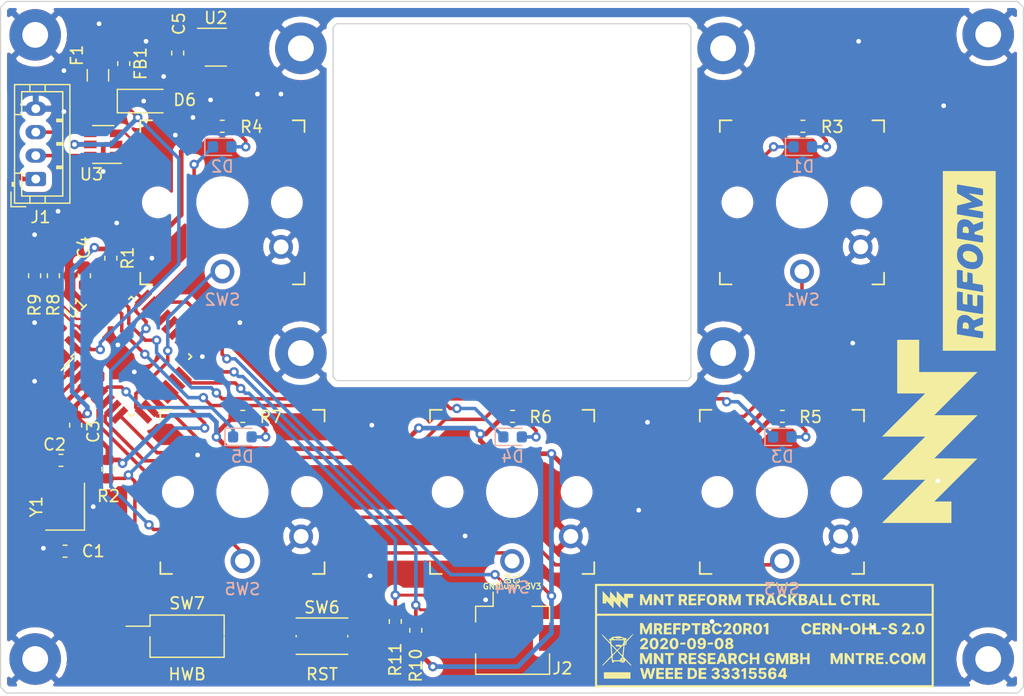
<source format=kicad_pcb>
(kicad_pcb (version 20171130) (host pcbnew 5.1.6+dfsg1-1)
  (layers (0 F.Cu signal) (31 B.Cu signal) (34 B.Paste user) (35 F.Paste user) (36 B.SilkS user) (37 F.SilkS user) (38 B.Mask user) (39 F.Mask user) (44 Edge.Cuts user))
  (net 0 "")
  (net 1 GND)
  (net 2 "Net-(U1-Pad18)")
  (net 3 "Net-(U1-Pad12)")
  (net 4 "Net-(U1-Pad11)")
  (net 5 "Net-(SW1-Pad1)")
  (net 6 "Net-(SW2-Pad1)")
  (net 7 +5V)
  (net 8 MT)
  (net 9 "Net-(C1-Pad1)")
  (net 10 "Net-(C2-Pad2)")
  (net 11 "Net-(C4-Pad1)")
  (net 12 "Net-(U1-Pad14)")
  (net 13 +3V3)
  (net 14 SCL)
  (net 15 SDA)
  (net 16 "Net-(SW3-Pad1)")
  (net 17 "Net-(SW4-Pad1)")
  (net 18 "Net-(SW5-Pad1)")
  (net 19 "Net-(U1-Pad17)")
  (net 20 "Net-(U1-Pad21)")
  (net 21 "Net-(D1-Pad2)")
  (net 22 "Net-(D1-Pad1)")
  (net 23 "Net-(D2-Pad2)")
  (net 24 "Net-(D2-Pad1)")
  (net 25 "Net-(D3-Pad2)")
  (net 26 "Net-(D3-Pad1)")
  (net 27 "Net-(D4-Pad2)")
  (net 28 "Net-(D4-Pad1)")
  (net 29 "Net-(D5-Pad2)")
  (net 30 "Net-(D5-Pad1)")
  (net 31 "Net-(R1-Pad2)")
  (net 32 "Net-(R2-Pad1)")
  (net 33 "Net-(U2-Pad4)")
  (net 34 "Net-(U1-Pad20)")
  (net 35 "Net-(J2-Pad5)")
  (net 36 /5V_IN)
  (net 37 "Net-(F1-Pad1)")
  (net 38 /D+)
  (net 39 /UD+)
  (net 40 /UD-)
  (net 41 /D-)
  (net 42 /PD+)
  (net 43 /PD-)
  (module footprints-trackball:Diptronics-PTLP2 (layer F.Cu) (at 134.5 104.25)
    (fp_text reference SW6 (at 0 -2.45) (layer F.SilkS))
    (fp_text value SW_RST)
    (pad 1 smd rect (at -2.425 -0.85 90) (size 1 1.75) (layers F.Cu F.Paste F.Mask) (net 1 GND))
    (pad 2 smd rect (at -2.425 0.85 90) (size 1 1.75) (layers F.Cu F.Paste F.Mask) (net 31 "Net-(R1-Pad2)"))
    (pad 1 smd rect (at 2.425 -0.85 90) (size 1 1.75) (layers F.Cu F.Paste F.Mask) (net 1 GND))
    (pad 2 smd rect (at 2.425 0.85 90) (size 1 1.75) (layers F.Cu F.Paste F.Mask) (net 31 "Net-(R1-Pad2)"))
  )
  (module Package_TO_SOT_SMD:SOT-23-6 (layer F.Cu) (at 115.85 62.3 180)
    (fp_text reference U3 (at 1 -2.55) (layer F.SilkS))
    (fp_text value USBLC6-2SC6)
    (pad 5 smd rect (at 1.1 0 180) (size 1.06 0.65) (layers F.Cu F.Paste F.Mask) (net 7 +5V))
    (pad 6 smd rect (at 1.1 -0.95 180) (size 1.06 0.65) (layers F.Cu F.Paste F.Mask) (net 43 /PD-))
    (pad 4 smd rect (at 1.1 0.95 180) (size 1.06 0.65) (layers F.Cu F.Paste F.Mask) (net 42 /PD+))
    (pad 3 smd rect (at -1.1 0.95 180) (size 1.06 0.65) (layers F.Cu F.Paste F.Mask) (net 39 /UD+))
    (pad 2 smd rect (at -1.1 0 180) (size 1.06 0.65) (layers F.Cu F.Paste F.Mask) (net 1 GND))
    (pad 1 smd rect (at -1.1 -0.95 180) (size 1.06 0.65) (layers F.Cu F.Paste F.Mask) (net 40 /UD-))
  )
  (module footprints-trackball:mntreform-trackball-badge (layer F.Cu) (at 172.2 104.2)
    (fp_text reference MK1 hide)
    (fp_text value BADGE hide)
  )
  (module Crystal:Crystal_SMD_3225-4Pin_3.2x2.5mm (layer F.Cu) (at 112.6 93.2 90)
    (fp_text reference Y1 (at 0 -2.45 90) (layer F.SilkS))
    (fp_text value Crystal_GND24)
    (pad 4 smd rect (at -1.1 -0.85 90) (size 1.4 1.2) (layers F.Cu F.Paste F.Mask) (net 1 GND))
    (pad 3 smd rect (at 1.1 -0.85 90) (size 1.4 1.2) (layers F.Cu F.Paste F.Mask) (net 10 "Net-(C2-Pad2)"))
    (pad 2 smd rect (at 1.1 0.85 90) (size 1.4 1.2) (layers F.Cu F.Paste F.Mask) (net 1 GND))
    (pad 1 smd rect (at -1.1 0.85 90) (size 1.4 1.2) (layers F.Cu F.Paste F.Mask) (net 9 "Net-(C1-Pad1)"))
  )
  (module Inductor_SMD:L_0603_1608Metric (layer F.Cu) (at 117.6 55.4 270)
    (fp_text reference FB1 (at 0 -1.43 90) (layer F.SilkS))
    (fp_text value BLM18PG221SH1D)
    (pad 2 smd roundrect (at 0.7875 0 270) (size 0.875 0.95) (layers F.Cu F.Paste F.Mask) (net 7 +5V))
    (pad 1 smd roundrect (at -0.7875 0 270) (size 0.875 0.95) (layers F.Cu F.Paste F.Mask) (net 37 "Net-(F1-Pad1)"))
  )
  (module Fuse:Fuse_1206_3216Metric_Castellated (layer F.Cu) (at 115.4 56.4 270)
    (fp_text reference F1 (at -1.7 1.8 90) (layer F.SilkS))
    (fp_text value 0ZCJ0075AF2E)
    (pad 2 smd roundrect (at 1.425 0 270) (size 1.6 1.65) (layers F.Cu F.Paste F.Mask) (roundrect_rratio 0.15625) (net 36 /5V_IN))
    (pad 1 smd roundrect (at -1.425 0 270) (size 1.6 1.65) (layers F.Cu F.Paste F.Mask) (roundrect_rratio 0.15625) (net 37 "Net-(F1-Pad1)"))
  )
  (module Diode_SMD:D_SOD-123 (layer F.Cu) (at 119.3 58.6)
    (fp_text reference D6 (at 3.5 -0.1) (layer F.SilkS))
    (fp_text value BZT52-B5V6J)
    (pad 2 smd rect (at 1.65 0) (size 0.9 1.2) (layers F.Cu F.Paste F.Mask) (net 1 GND))
    (pad 1 smd rect (at -1.65 0) (size 0.9 1.2) (layers F.Cu F.Paste F.Mask) (net 7 +5V))
  )
  (module keyswitches:PG1350 (layer B.Cu) (at 127.72 91.94 180)
    (fp_text reference SW5 (at 0 -8.3) (layer B.SilkS) (effects (justify mirror)))
    (fp_text value Choc)
    (pad "" np_thru_hole circle (at 0 0 180) (size 3.429 3.429) (drill 3.429) (layers *.Cu *.Mask))
    (pad 2 thru_hole circle (at -5 -3.8 180) (size 2.032 2.032) (drill 1.27) (layers *.Cu *.Mask) (net 1 GND))
    (pad 1 thru_hole circle (at 0 -5.9 180) (size 2.032 2.032) (drill 1.27) (layers *.Cu *.Mask) (net 18 "Net-(SW5-Pad1)"))
    (pad "" np_thru_hole circle (at 5.5 0 180) (size 1.7018 1.7018) (drill 1.7018) (layers *.Cu *.Mask))
    (pad "" np_thru_hole circle (at -5.5 0 180) (size 1.7018 1.7018) (drill 1.7018) (layers *.Cu *.Mask))
  )
  (module keyswitches:PG1350 (layer B.Cu) (at 150.71 91.94 180)
    (fp_text reference SW4 (at 0.01 -8.16 180) (layer B.SilkS) (effects (justify mirror)))
    (fp_text value Choc)
    (pad "" np_thru_hole circle (at 0 0 180) (size 3.429 3.429) (drill 3.429) (layers *.Cu *.Mask))
    (pad 2 thru_hole circle (at -5 -3.8 180) (size 2.032 2.032) (drill 1.27) (layers *.Cu *.Mask) (net 1 GND))
    (pad 1 thru_hole circle (at 0 -5.9 180) (size 2.032 2.032) (drill 1.27) (layers *.Cu *.Mask) (net 17 "Net-(SW4-Pad1)"))
    (pad "" np_thru_hole circle (at 5.5 0 180) (size 1.7018 1.7018) (drill 1.7018) (layers *.Cu *.Mask))
    (pad "" np_thru_hole circle (at -5.5 0 180) (size 1.7018 1.7018) (drill 1.7018) (layers *.Cu *.Mask))
  )
  (module keyswitches:PG1350 (layer B.Cu) (at 173.71 91.94 180)
    (fp_text reference SW3 (at 0 -8.3) (layer B.SilkS) (effects (justify mirror)))
    (fp_text value Choc)
    (pad "" np_thru_hole circle (at 0 0 180) (size 3.429 3.429) (drill 3.429) (layers *.Cu *.Mask))
    (pad 2 thru_hole circle (at -5 -3.8 180) (size 2.032 2.032) (drill 1.27) (layers *.Cu *.Mask) (net 1 GND))
    (pad 1 thru_hole circle (at 0 -5.9 180) (size 2.032 2.032) (drill 1.27) (layers *.Cu *.Mask) (net 16 "Net-(SW3-Pad1)"))
    (pad "" np_thru_hole circle (at 5.5 0 180) (size 1.7018 1.7018) (drill 1.7018) (layers *.Cu *.Mask))
    (pad "" np_thru_hole circle (at -5.5 0 180) (size 1.7018 1.7018) (drill 1.7018) (layers *.Cu *.Mask))
  )
  (module keyswitches:PG1350 (layer B.Cu) (at 126.01 67.24 180)
    (fp_text reference SW2 (at 0 -8.3) (layer B.SilkS) (effects (justify mirror)))
    (fp_text value Choc)
    (pad "" np_thru_hole circle (at 0 0 180) (size 3.429 3.429) (drill 3.429) (layers *.Cu *.Mask))
    (pad 2 thru_hole circle (at -5 -3.8 180) (size 2.032 2.032) (drill 1.27) (layers *.Cu *.Mask) (net 1 GND))
    (pad 1 thru_hole circle (at 0 -5.9 180) (size 2.032 2.032) (drill 1.27) (layers *.Cu *.Mask) (net 6 "Net-(SW2-Pad1)"))
    (pad "" np_thru_hole circle (at 5.5 0 180) (size 1.7018 1.7018) (drill 1.7018) (layers *.Cu *.Mask))
    (pad "" np_thru_hole circle (at -5.5 0 180) (size 1.7018 1.7018) (drill 1.7018) (layers *.Cu *.Mask))
  )
  (module keyswitches:PG1350 (layer B.Cu) (at 175.42 67.24 180)
    (fp_text reference SW1 (at 0 -8.3) (layer B.SilkS) (effects (justify mirror)))
    (fp_text value Choc)
    (pad "" np_thru_hole circle (at 0 0 180) (size 3.429 3.429) (drill 3.429) (layers *.Cu *.Mask))
    (pad 2 thru_hole circle (at -5 -3.8 180) (size 2.032 2.032) (drill 1.27) (layers *.Cu *.Mask) (net 1 GND))
    (pad 1 thru_hole circle (at 0 -5.9 180) (size 2.032 2.032) (drill 1.27) (layers *.Cu *.Mask) (net 5 "Net-(SW1-Pad1)"))
    (pad "" np_thru_hole circle (at 5.5 0 180) (size 1.7018 1.7018) (drill 1.7018) (layers *.Cu *.Mask))
    (pad "" np_thru_hole circle (at -5.5 0 180) (size 1.7018 1.7018) (drill 1.7018) (layers *.Cu *.Mask))
  )
  (module Connector_JST:JST_PH_B4B-PH-K_1x04_P2.00mm_Vertical (layer F.Cu) (at 110.1 65.25 90)
    (fp_text reference J1 (at -3.25 0.4 180) (layer F.SilkS))
    (fp_text value Conn_USB)
    (pad 4 thru_hole oval (at 6 0 90) (size 1.2 1.75) (drill 0.75) (layers *.Cu *.Mask) (net 1 GND))
    (pad 3 thru_hole oval (at 4 0 90) (size 1.2 1.75) (drill 0.75) (layers *.Cu *.Mask) (net 42 /PD+))
    (pad 2 thru_hole oval (at 2 0 90) (size 1.2 1.75) (drill 0.75) (layers *.Cu *.Mask) (net 43 /PD-))
    (pad 1 thru_hole roundrect (at 0 0 90) (size 1.2 1.75) (drill 0.75) (layers *.Cu *.Mask) (roundrect_rratio 0.208333) (net 36 /5V_IN))
  )
  (module Connector_FFC-FPC:Hirose_FH12-6S-0.5SH_1x06-1MP_P0.50mm_Horizontal (layer F.Cu) (at 150.75 103)
    (fp_text reference J2 (at 4.25 4) (layer F.SilkS))
    (fp_text value Conn_01x06_Female)
    (pad 6 smd rect (at 1.25 -1.85) (size 0.3 1.3) (layers F.Cu F.Paste F.Mask) (net 13 +3V3))
    (pad 5 smd rect (at 0.75 -1.85) (size 0.3 1.3) (layers F.Cu F.Paste F.Mask) (net 35 "Net-(J2-Pad5)"))
    (pad 4 smd rect (at 0.25 -1.85) (size 0.3 1.3) (layers F.Cu F.Paste F.Mask) (net 14 SCL))
    (pad 3 smd rect (at -0.25 -1.85) (size 0.3 1.3) (layers F.Cu F.Paste F.Mask) (net 15 SDA))
    (pad 2 smd rect (at -0.75 -1.85) (size 0.3 1.3) (layers F.Cu F.Paste F.Mask) (net 8 MT))
    (pad 1 smd rect (at -1.25 -1.85) (size 0.3 1.3) (layers F.Cu F.Paste F.Mask) (net 1 GND))
    (pad MP smd rect (at -3.15 1.4) (size 1.8 2.2) (layers F.Cu F.Paste F.Mask))
    (pad MP smd rect (at 3.15 1.4) (size 1.8 2.2) (layers F.Cu F.Paste F.Mask))
  )
  (module Resistor_SMD:R_0603_1608Metric (layer F.Cu) (at 140.75 103 270)
    (fp_text reference R11 (at 3.25 0 90) (layer F.SilkS))
    (fp_text value 4.7k)
    (pad 2 smd roundrect (at 0.7875 0 270) (size 0.875 0.95) (layers F.Cu F.Paste F.Mask) (net 13 +3V3))
    (pad 1 smd roundrect (at -0.7875 0 270) (size 0.875 0.95) (layers F.Cu F.Paste F.Mask) (net 15 SDA))
  )
  (module Resistor_SMD:R_0603_1608Metric (layer F.Cu) (at 142.5 103.75 270)
    (fp_text reference R10 (at 3 0 90) (layer F.SilkS))
    (fp_text value 4.7k)
    (pad 2 smd roundrect (at 0.7875 0 270) (size 0.875 0.95) (layers F.Cu F.Paste F.Mask) (net 13 +3V3))
    (pad 1 smd roundrect (at -0.7875 0 270) (size 0.875 0.95) (layers F.Cu F.Paste F.Mask) (net 14 SCL))
  )
  (module Resistor_SMD:R_0603_1608Metric (layer F.Cu) (at 110 73.5 90)
    (fp_text reference R9 (at -2.5 0 90) (layer F.SilkS))
    (fp_text value 22)
    (pad 2 smd roundrect (at 0.7875 0 90) (size 0.875 0.95) (layers F.Cu F.Paste F.Mask) (net 40 /UD-))
    (pad 1 smd roundrect (at -0.7875 0 90) (size 0.875 0.95) (layers F.Cu F.Paste F.Mask) (net 41 /D-))
  )
  (module Resistor_SMD:R_0603_1608Metric (layer F.Cu) (at 111.6 73.5 270)
    (fp_text reference R8 (at 2.5 0 90) (layer F.SilkS))
    (fp_text value 22)
    (pad 2 smd roundrect (at 0.7875 0 270) (size 0.875 0.95) (layers F.Cu F.Paste F.Mask) (net 38 /D+))
    (pad 1 smd roundrect (at -0.7875 0 270) (size 0.875 0.95) (layers F.Cu F.Paste F.Mask) (net 39 /UD+))
  )
  (module Package_TO_SOT_SMD:SOT-23-5 (layer F.Cu) (at 125.45 54)
    (fp_text reference U2 (at 0 -2.5) (layer F.SilkS))
    (fp_text value TLV75533PDBV)
    (pad 5 smd rect (at 1.1 -0.95) (size 1.06 0.65) (layers F.Cu F.Paste F.Mask) (net 13 +3V3))
    (pad 4 smd rect (at 1.1 0.95) (size 1.06 0.65) (layers F.Cu F.Paste F.Mask) (net 33 "Net-(U2-Pad4)"))
    (pad 3 smd rect (at -1.1 0.95) (size 1.06 0.65) (layers F.Cu F.Paste F.Mask) (net 7 +5V))
    (pad 2 smd rect (at -1.1 0) (size 1.06 0.65) (layers F.Cu F.Paste F.Mask) (net 1 GND))
    (pad 1 smd rect (at -1.1 -0.95) (size 1.06 0.65) (layers F.Cu F.Paste F.Mask) (net 7 +5V))
  )
  (module Capacitor_SMD:C_0603_1608Metric (layer F.Cu) (at 122.2 54.5 270)
    (fp_text reference C5 (at -2.5 -0.1 270) (layer F.SilkS))
    (fp_text value 0.1uF)
    (pad 2 smd roundrect (at 0.7875 0 270) (size 0.875 0.95) (layers F.Cu F.Paste F.Mask) (net 1 GND))
    (pad 1 smd roundrect (at -0.7875 0 270) (size 0.875 0.95) (layers F.Cu F.Paste F.Mask) (net 7 +5V))
  )
  (module Resistor_SMD:R_0603_1608Metric (layer F.Cu) (at 127.75 85.5 180)
    (fp_text reference R7 (at -2.4 -0.05) (layer F.SilkS))
    (fp_text value 475)
    (pad 2 smd roundrect (at 0.7875 0 180) (size 0.875 0.95) (layers F.Cu F.Paste F.Mask) (net 13 +3V3))
    (pad 1 smd roundrect (at -0.7875 0 180) (size 0.875 0.95) (layers F.Cu F.Paste F.Mask) (net 29 "Net-(D5-Pad2)"))
  )
  (module Resistor_SMD:R_0603_1608Metric (layer F.Cu) (at 150.75 85.5 180)
    (fp_text reference R6 (at -2.4 -0.05) (layer F.SilkS))
    (fp_text value 475)
    (pad 2 smd roundrect (at 0.7875 0 180) (size 0.875 0.95) (layers F.Cu F.Paste F.Mask) (net 13 +3V3))
    (pad 1 smd roundrect (at -0.7875 0 180) (size 0.875 0.95) (layers F.Cu F.Paste F.Mask) (net 27 "Net-(D4-Pad2)"))
  )
  (module Resistor_SMD:R_0603_1608Metric (layer F.Cu) (at 173.75 85.5 180)
    (fp_text reference R5 (at -2.4 -0.05) (layer F.SilkS))
    (fp_text value 475)
    (pad 2 smd roundrect (at 0.7875 0 180) (size 0.875 0.95) (layers F.Cu F.Paste F.Mask) (net 13 +3V3))
    (pad 1 smd roundrect (at -0.7875 0 180) (size 0.875 0.95) (layers F.Cu F.Paste F.Mask) (net 25 "Net-(D3-Pad2)"))
  )
  (module Resistor_SMD:R_0603_1608Metric (layer F.Cu) (at 126 60.75 180)
    (fp_text reference R4 (at -2.5 -0.05) (layer F.SilkS))
    (fp_text value 475)
    (pad 2 smd roundrect (at 0.7875 0 180) (size 0.875 0.95) (layers F.Cu F.Paste F.Mask) (net 13 +3V3))
    (pad 1 smd roundrect (at -0.7875 0 180) (size 0.875 0.95) (layers F.Cu F.Paste F.Mask) (net 23 "Net-(D2-Pad2)"))
  )
  (module Resistor_SMD:R_0603_1608Metric (layer F.Cu) (at 175.5 60.75 180)
    (fp_text reference R3 (at -2.5 -0.05) (layer F.SilkS))
    (fp_text value 475)
    (pad 2 smd roundrect (at 0.7875 0 180) (size 0.875 0.95) (layers F.Cu F.Paste F.Mask) (net 13 +3V3))
    (pad 1 smd roundrect (at -0.7875 0 180) (size 0.875 0.95) (layers F.Cu F.Paste F.Mask) (net 21 "Net-(D1-Pad2)"))
  )
  (module Resistor_SMD:R_0603_1608Metric (layer F.Cu) (at 116.25 90 90)
    (fp_text reference R2 (at -2.3 0.05 180) (layer F.SilkS))
    (fp_text value 10k)
    (pad 2 smd roundrect (at 0.7875 0 90) (size 0.875 0.95) (layers F.Cu F.Paste F.Mask) (net 13 +3V3))
    (pad 1 smd roundrect (at -0.7875 0 90) (size 0.875 0.95) (layers F.Cu F.Paste F.Mask) (net 32 "Net-(R2-Pad1)"))
  )
  (module Resistor_SMD:R_0603_1608Metric (layer F.Cu) (at 116.5 72 270)
    (fp_text reference R1 (at 0 -1.43 90) (layer F.SilkS))
    (fp_text value 10k)
    (pad 2 smd roundrect (at 0.7875 0 270) (size 0.875 0.95) (layers F.Cu F.Paste F.Mask) (net 31 "Net-(R1-Pad2)"))
    (pad 1 smd roundrect (at -0.7875 0 270) (size 0.875 0.95) (layers F.Cu F.Paste F.Mask) (net 13 +3V3))
  )
  (module Capacitor_SMD:C_0603_1608Metric (layer F.Cu) (at 114.25 73.5 90)
    (fp_text reference C4 (at 2.4 -0.05 90) (layer F.SilkS))
    (fp_text value 1uF)
    (pad 2 smd roundrect (at 0.7875 0 90) (size 0.875 0.95) (layers F.Cu F.Paste F.Mask) (net 1 GND))
    (pad 1 smd roundrect (at -0.7875 0 90) (size 0.875 0.95) (layers F.Cu F.Paste F.Mask) (net 11 "Net-(C4-Pad1)"))
  )
  (module Capacitor_SMD:C_0603_1608Metric (layer F.Cu) (at 113.5 86.25 270)
    (fp_text reference C3 (at 0.55 -1.5 90) (layer F.SilkS))
    (fp_text value 0.1uF)
    (pad 2 smd roundrect (at 0.7875 0 270) (size 0.875 0.95) (layers F.Cu F.Paste F.Mask) (net 1 GND))
    (pad 1 smd roundrect (at -0.7875 0 270) (size 0.875 0.95) (layers F.Cu F.Paste F.Mask) (net 13 +3V3))
  )
  (module Capacitor_SMD:C_0603_1608Metric (layer F.Cu) (at 112.25 89.25 180)
    (fp_text reference C2 (at 0.55 1.35) (layer F.SilkS))
    (fp_text value 18pF)
    (pad 2 smd roundrect (at 0.7875 0 180) (size 0.875 0.95) (layers F.Cu F.Paste F.Mask) (net 10 "Net-(C2-Pad2)"))
    (pad 1 smd roundrect (at -0.7875 0 180) (size 0.875 0.95) (layers F.Cu F.Paste F.Mask) (net 1 GND))
  )
  (module Capacitor_SMD:C_0603_1608Metric (layer F.Cu) (at 112.6 97 180)
    (fp_text reference C1 (at -2.4 0) (layer F.SilkS))
    (fp_text value 18pF)
    (pad 2 smd roundrect (at 0.7875 0 180) (size 0.875 0.95) (layers F.Cu F.Paste F.Mask) (net 1 GND))
    (pad 1 smd roundrect (at -0.7875 0 180) (size 0.875 0.95) (layers F.Cu F.Paste F.Mask) (net 9 "Net-(C1-Pad1)"))
  )
  (module Button_Switch_SMD:SW_DIP_SPSTx01_Slide_Omron_A6S-110x_W8.9mm_P2.54mm (layer F.Cu) (at 123 104.25)
    (fp_text reference SW7 (at 0 -2.8) (layer F.SilkS))
    (fp_text value SW_HWB)
    (pad 2 smd rect (at 4.45 0) (size 1.5 1.1) (layers F.Cu F.Paste F.Mask) (net 1 GND))
    (pad 1 smd rect (at -4.45 0) (size 1.5 1.1) (layers F.Cu F.Paste F.Mask) (net 32 "Net-(R2-Pad1)"))
  )
  (module reform2-motherboard:mntreform (layer F.Cu) (at 187.1 79.6 90)
    (fp_text reference MK13 hide)
    (fp_text value LOGO hide)
  )
  (module LED_SMD:LED_0603_1608Metric (layer B.Cu) (at 127.7125 87.25)
    (fp_text reference D5 (at 0 1.68) (layer B.SilkS) (effects (justify mirror)))
    (fp_text value LED_Small)
    (pad 2 smd roundrect (at 0.7875 0) (size 0.875 0.95) (layers B.Cu B.Paste B.Mask) (net 29 "Net-(D5-Pad2)"))
    (pad 1 smd roundrect (at -0.7875 0) (size 0.875 0.95) (layers B.Cu B.Paste B.Mask) (net 30 "Net-(D5-Pad1)"))
  )
  (module LED_SMD:LED_0603_1608Metric (layer B.Cu) (at 150.75 87.25)
    (fp_text reference D4 (at 0 1.68) (layer B.SilkS) (effects (justify mirror)))
    (fp_text value LED_Small)
    (pad 2 smd roundrect (at 0.7875 0) (size 0.875 0.95) (layers B.Cu B.Paste B.Mask) (net 27 "Net-(D4-Pad2)"))
    (pad 1 smd roundrect (at -0.7875 0) (size 0.875 0.95) (layers B.Cu B.Paste B.Mask) (net 28 "Net-(D4-Pad1)"))
  )
  (module LED_SMD:LED_0603_1608Metric (layer B.Cu) (at 173.75 87.25)
    (fp_text reference D3 (at 0 1.68) (layer B.SilkS) (effects (justify mirror)))
    (fp_text value LED_Small)
    (pad 2 smd roundrect (at 0.7875 0) (size 0.875 0.95) (layers B.Cu B.Paste B.Mask) (net 25 "Net-(D3-Pad2)"))
    (pad 1 smd roundrect (at -0.7875 0) (size 0.875 0.95) (layers B.Cu B.Paste B.Mask) (net 26 "Net-(D3-Pad1)"))
  )
  (module LED_SMD:LED_0603_1608Metric (layer B.Cu) (at 126 62.5)
    (fp_text reference D2 (at 0 1.68) (layer B.SilkS) (effects (justify mirror)))
    (fp_text value LED_Small)
    (pad 2 smd roundrect (at 0.7875 0) (size 0.875 0.95) (layers B.Cu B.Paste B.Mask) (net 23 "Net-(D2-Pad2)"))
    (pad 1 smd roundrect (at -0.7875 0) (size 0.875 0.95) (layers B.Cu B.Paste B.Mask) (net 24 "Net-(D2-Pad1)"))
  )
  (module LED_SMD:LED_0603_1608Metric (layer B.Cu) (at 175.5 62.5)
    (fp_text reference D1 (at 0 1.68) (layer B.SilkS) (effects (justify mirror)))
    (fp_text value LED_Small)
    (pad 2 smd roundrect (at 0.7875 0) (size 0.875 0.95) (layers B.Cu B.Paste B.Mask) (net 21 "Net-(D1-Pad2)"))
    (pad 1 smd roundrect (at -0.7875 0) (size 0.875 0.95) (layers B.Cu B.Paste B.Mask) (net 22 "Net-(D1-Pad1)"))
  )
  (module MountingHole:MountingHole_2.2mm_M2_Pad (layer F.Cu) (at 132.7 80.1)
    (fp_text reference MK11 hide)
    (fp_text value Mounting_Hole)
    (pad 1 thru_hole circle (at 0 0) (size 4.4 4.4) (drill 2.2) (layers *.Cu *.Mask) (net 1 GND))
  )
  (module MountingHole:MountingHole_2.2mm_M2_Pad (layer F.Cu) (at 132.7 54.1)
    (fp_text reference MK9 hide)
    (fp_text value Mounting_Hole)
    (pad 1 thru_hole circle (at 0 0) (size 4.4 4.4) (drill 2.2) (layers *.Cu *.Mask) (net 1 GND))
  )
  (module MountingHole:MountingHole_2.2mm_M2_Pad (layer F.Cu) (at 168.7 80.1)
    (fp_text reference MK10 hide)
    (fp_text value Mounting_Hole)
    (pad 1 thru_hole circle (at 0 0) (size 4.4 4.4) (drill 2.2) (layers *.Cu *.Mask) (net 1 GND))
  )
  (module MountingHole:MountingHole_2.2mm_M2_Pad (layer F.Cu) (at 168.7 54.1)
    (fp_text reference MK12 hide)
    (fp_text value Mounting_Hole)
    (pad 1 thru_hole circle (at 0 0) (size 4.4 4.4) (drill 2.2) (layers *.Cu *.Mask) (net 1 GND))
  )
  (module MountingHole:MountingHole_2.2mm_M2_Pad (layer F.Cu) (at 110.05 106.2)
    (fp_text reference MK8 hide)
    (fp_text value Mounting_Hole)
    (pad 1 thru_hole circle (at 0 0) (size 4.4 4.4) (drill 2.2) (layers *.Cu *.Mask) (net 1 GND))
  )
  (module MountingHole:MountingHole_2.2mm_M2_Pad (layer F.Cu) (at 191.3 106.2)
    (fp_text reference MK7 hide)
    (fp_text value Mounting_Hole)
    (pad 1 thru_hole circle (at 0 0) (size 4.4 4.4) (drill 2.2) (layers *.Cu *.Mask) (net 1 GND))
  )
  (module MountingHole:MountingHole_2.2mm_M2_Pad (layer F.Cu) (at 191.3 52.95)
    (fp_text reference MK6 hide)
    (fp_text value Mounting_Hole)
    (pad 1 thru_hole circle (at 0 -0.04) (size 4.4 4.4) (drill 2.2) (layers *.Cu *.Mask) (net 1 GND))
  )
  (module MountingHole:MountingHole_2.2mm_M2_Pad (layer F.Cu) (at 110.05 52.95)
    (fp_text reference MK5 hide)
    (fp_text value Mounting_Hole)
    (pad 1 thru_hole circle (at 0 0) (size 4.4 4.4) (drill 2.2) (layers *.Cu *.Mask) (net 1 GND))
  )
  (module Housings_QFP:TQFP-32_7x7mm_Pitch0.8mm (layer F.Cu) (at 118.25 80.4 45)
    (fp_text reference U1 (at -0.4 -6.3 225) (layer F.SilkS))
    (fp_text value ATmega32U2-AU)
    (pad 1 smd rect (at -4.25 -2.8 45) (size 1.6 0.55) (layers F.Cu F.Paste F.Mask) (net 9 "Net-(C1-Pad1)"))
    (pad 2 smd rect (at -4.25 -2 45) (size 1.6 0.55) (layers F.Cu F.Paste F.Mask) (net 10 "Net-(C2-Pad2)"))
    (pad 3 smd rect (at -4.25 -1.2 45) (size 1.6 0.55) (layers F.Cu F.Paste F.Mask) (net 1 GND))
    (pad 4 smd rect (at -4.25 -0.4 45) (size 1.6 0.55) (layers F.Cu F.Paste F.Mask) (net 13 +3V3))
    (pad 5 smd rect (at -4.25 0.4 45) (size 1.6 0.55) (layers F.Cu F.Paste F.Mask) (net 30 "Net-(D5-Pad1)"))
    (pad 6 smd rect (at -4.25 1.2 45) (size 1.6 0.55) (layers F.Cu F.Paste F.Mask) (net 18 "Net-(SW5-Pad1)"))
    (pad 7 smd rect (at -4.25 2 45) (size 1.6 0.55) (layers F.Cu F.Paste F.Mask) (net 17 "Net-(SW4-Pad1)"))
    (pad 8 smd rect (at -4.25 2.8 45) (size 1.6 0.55) (layers F.Cu F.Paste F.Mask) (net 16 "Net-(SW3-Pad1)"))
    (pad 9 smd rect (at -2.8 4.25 135) (size 1.6 0.55) (layers F.Cu F.Paste F.Mask) (net 6 "Net-(SW2-Pad1)"))
    (pad 10 smd rect (at -2 4.25 135) (size 1.6 0.55) (layers F.Cu F.Paste F.Mask) (net 5 "Net-(SW1-Pad1)"))
    (pad 11 smd rect (at -1.2 4.25 135) (size 1.6 0.55) (layers F.Cu F.Paste F.Mask) (net 4 "Net-(U1-Pad11)"))
    (pad 12 smd rect (at -0.4 4.25 135) (size 1.6 0.55) (layers F.Cu F.Paste F.Mask) (net 3 "Net-(U1-Pad12)"))
    (pad 13 smd rect (at 0.4 4.25 135) (size 1.6 0.55) (layers F.Cu F.Paste F.Mask) (net 32 "Net-(R2-Pad1)"))
    (pad 14 smd rect (at 1.2 4.25 135) (size 1.6 0.55) (layers F.Cu F.Paste F.Mask) (net 12 "Net-(U1-Pad14)"))
    (pad 15 smd rect (at 2 4.25 135) (size 1.6 0.55) (layers F.Cu F.Paste F.Mask) (net 15 SDA))
    (pad 16 smd rect (at 2.8 4.25 135) (size 1.6 0.55) (layers F.Cu F.Paste F.Mask) (net 14 SCL))
    (pad 17 smd rect (at 4.25 2.8 45) (size 1.6 0.55) (layers F.Cu F.Paste F.Mask) (net 19 "Net-(U1-Pad17)"))
    (pad 18 smd rect (at 4.25 2 45) (size 1.6 0.55) (layers F.Cu F.Paste F.Mask) (net 2 "Net-(U1-Pad18)"))
    (pad 19 smd rect (at 4.25 1.2 45) (size 1.6 0.55) (layers F.Cu F.Paste F.Mask) (net 8 MT))
    (pad 20 smd rect (at 4.25 0.4 45) (size 1.6 0.55) (layers F.Cu F.Paste F.Mask) (net 34 "Net-(U1-Pad20)"))
    (pad 21 smd rect (at 4.25 -0.4 45) (size 1.6 0.55) (layers F.Cu F.Paste F.Mask) (net 20 "Net-(U1-Pad21)"))
    (pad 22 smd rect (at 4.25 -1.2 45) (size 1.6 0.55) (layers F.Cu F.Paste F.Mask) (net 22 "Net-(D1-Pad1)"))
    (pad 23 smd rect (at 4.25 -2 45) (size 1.6 0.55) (layers F.Cu F.Paste F.Mask) (net 24 "Net-(D2-Pad1)"))
    (pad 24 smd rect (at 4.25 -2.8 45) (size 1.6 0.55) (layers F.Cu F.Paste F.Mask) (net 31 "Net-(R1-Pad2)"))
    (pad 25 smd rect (at 2.8 -4.25 135) (size 1.6 0.55) (layers F.Cu F.Paste F.Mask) (net 26 "Net-(D3-Pad1)"))
    (pad 26 smd rect (at 2 -4.25 135) (size 1.6 0.55) (layers F.Cu F.Paste F.Mask) (net 28 "Net-(D4-Pad1)"))
    (pad 27 smd rect (at 1.2 -4.25 135) (size 1.6 0.55) (layers F.Cu F.Paste F.Mask) (net 11 "Net-(C4-Pad1)"))
    (pad 28 smd rect (at 0.4 -4.25 135) (size 1.6 0.55) (layers F.Cu F.Paste F.Mask) (net 1 GND))
    (pad 29 smd rect (at -0.4 -4.25 135) (size 1.6 0.55) (layers F.Cu F.Paste F.Mask) (net 38 /D+))
    (pad 30 smd rect (at -1.2 -4.25 135) (size 1.6 0.55) (layers F.Cu F.Paste F.Mask) (net 41 /D-))
    (pad 31 smd rect (at -2 -4.25 135) (size 1.6 0.55) (layers F.Cu F.Paste F.Mask) (net 7 +5V))
    (pad 32 smd rect (at -2.8 -4.25 135) (size 1.6 0.55) (layers F.Cu F.Paste F.Mask) (net 13 +3V3))
  )
  (gr_text 3V3 (at 151.75 100) (layer F.SilkS) (effects (font (size 0.5 0.5) (thickness 0.1)) (justify left)))
  (gr_text SDA (at 150.35 100.35 90) (layer F.SilkS) (effects (font (size 0.5 0.5) (thickness 0.1)) (justify left)))
  (gr_text SCL (at 151.1 100.35 90) (layer F.SilkS) (effects (font (size 0.5 0.5) (thickness 0.1)) (justify left)))
  (gr_text GND (at 148.15 100) (layer F.SilkS) (effects (font (size 0.5 0.5) (thickness 0.1)) (justify left)))
  (gr_line (start 193.8 50.1) (end 194.3 50.6) (layer Edge.Cuts) (width 0.1))
  (gr_line (start 107.1 108.6) (end 107.6 109.1) (layer Edge.Cuts) (width 0.1))
  (gr_line (start 194.3 108.6) (end 193.8 109.1) (layer Edge.Cuts) (width 0.1))
  (gr_line (start 107.6 50.1) (end 107.1 50.6) (layer Edge.Cuts) (width 0.1))
  (gr_line (start 135.45 82.15) (end 135.75 82.45) (layer Edge.Cuts) (width 0.1))
  (gr_line (start 165.95 82.15) (end 165.65 82.45) (layer Edge.Cuts) (width 0.1))
  (gr_line (start 165.65 52) (end 165.95 52.3) (layer Edge.Cuts) (width 0.1))
  (gr_line (start 135.45 52.3) (end 135.75 52) (layer Edge.Cuts) (width 0.1))
  (gr_line (start 135.45 82.15) (end 135.45 52.3) (layer Edge.Cuts) (width 0.1))
  (gr_line (start 165.65 82.45) (end 135.75 82.45) (layer Edge.Cuts) (width 0.1))
  (gr_line (start 165.95 52.3) (end 165.95 82.15) (layer Edge.Cuts) (width 0.1))
  (gr_line (start 135.75 52) (end 165.65 52) (layer Edge.Cuts) (width 0.1))
  (gr_line (start 107.1 108.6) (end 107.1 50.6) (layer Edge.Cuts) (width 0.1))
  (gr_line (start 193.8 109.1) (end 107.6 109.1) (layer Edge.Cuts) (width 0.1))
  (gr_line (start 194.3 50.6) (end 194.3 108.6) (layer Edge.Cuts) (width 0.1))
  (gr_line (start 107.6 50.1) (end 193.8 50.1) (layer Edge.Cuts) (width 0.1))
  (gr_text HWB (at 123 107.5) (layer F.SilkS) (effects (font (size 1 1))))
  (gr_text RST (at 134.5 107.5) (layer F.SilkS) (effects (font (size 1 1))))
  (via (at 187 91) (size 0.8) (drill 0.4) (layers F.Cu B.Cu) (net 0))
  (via (at 180.25 53.5) (size 0.8) (drill 0.4) (layers F.Cu B.Cu) (net 1))
  (via (at 187.5 59) (size 0.8) (drill 0.4) (layers F.Cu B.Cu) (net 1))
  (via (at 179.75 79.25) (size 0.8) (drill 0.4) (layers F.Cu B.Cu) (net 1))
  (via (at 181.5 103.5) (size 0.8) (drill 0.4) (layers F.Cu B.Cu) (net 1))
  (via (at 167.75 103) (size 0.8) (drill 0.4) (layers F.Cu B.Cu) (net 1))
  (via (at 161.5 93.5) (size 0.8) (drill 0.4) (layers F.Cu B.Cu) (net 1))
  (segment (start 111.65 94.85) (end 111.45 94.65) (width 0.4) (layer F.Cu) (net 1))
  (segment (start 111.65 97) (end 111.65 94.85) (width 0.4) (layer F.Cu) (net 1))
  (segment (start 113.0375 87.5) (end 113.5 87.0375) (width 0.4) (layer F.Cu) (net 1))
  (segment (start 123.342501 56.430001) (end 122.2 55.2875) (width 0.4) (layer F.Cu) (net 1))
  (segment (start 124.35 54) (end 125.155002 54) (width 0.4) (layer F.Cu) (net 1))
  (segment (start 125.155002 54) (end 125.380001 54.224999) (width 0.4) (layer F.Cu) (net 1))
  (segment (start 113.27499 73.68751) (end 113.788388 73.174112) (width 0.4) (layer F.Cu) (net 1))
  (segment (start 113.27499 74.859304) (end 113.27499 73.68751) (width 0.4) (layer F.Cu) (net 1))
  (segment (start 113.788388 73.174112) (end 114.25 72.7125) (width 0.4) (layer F.Cu) (net 1))
  (segment (start 115.527639 77.111953) (end 113.27499 74.859304) (width 0.4) (layer F.Cu) (net 1))
  (segment (start 111.349999 85.602945) (end 111.349999 87.349999) (width 0.4) (layer F.Cu) (net 1))
  (segment (start 114.396268 82.556676) (end 111.349999 85.602945) (width 0.4) (layer F.Cu) (net 1))
  (segment (start 112.2125 88.2125) (end 113.0375 88.2125) (width 0.4) (layer F.Cu) (net 1))
  (segment (start 111.349999 87.349999) (end 112.2125 88.2125) (width 0.4) (layer F.Cu) (net 1))
  (segment (start 113.0375 89.25) (end 113.0375 88.2125) (width 0.4) (layer F.Cu) (net 1))
  (segment (start 113.0375 88.2125) (end 113.0375 87.5) (width 0.4) (layer F.Cu) (net 1))
  (segment (start 111.8125 97) (end 111 97) (width 0.4) (layer F.Cu) (net 1))
  (via (at 110.75 96.75) (size 0.8) (drill 0.4) (layers F.Cu B.Cu) (net 1))
  (segment (start 111 97) (end 110.75 96.75) (width 0.4) (layer F.Cu) (net 1))
  (segment (start 137.45 103.45) (end 136.55 103.45) (width 0.4) (layer F.Cu) (net 1))
  (via (at 129 58) (size 0.8) (drill 0.4) (layers F.Cu B.Cu) (net 1))
  (via (at 110 77.5) (size 0.8) (drill 0.4) (layers F.Cu B.Cu) (net 1))
  (via (at 138.75 86.25) (size 0.8) (drill 0.4) (layers F.Cu B.Cu) (net 1))
  (via (at 162.25 86) (size 0.8) (drill 0.4) (layers F.Cu B.Cu) (net 1))
  (via (at 138.6 99.1) (size 0.8) (drill 0.4) (layers F.Cu B.Cu) (net 1))
  (segment (start 124.880001 56.430001) (end 125.380001 55.930001) (width 0.4) (layer F.Cu) (net 1))
  (segment (start 125.380001 54.224999) (end 125.380001 55.930001) (width 0.4) (layer F.Cu) (net 1))
  (segment (start 124.880001 56.430001) (end 123.342501 56.430001) (width 0.4) (layer F.Cu) (net 1))
  (via (at 120 72) (size 0.8) (drill 0.4) (layers F.Cu B.Cu) (net 1))
  (via (at 146.7 95.7) (size 0.8) (drill 0.4) (layers F.Cu B.Cu) (net 1))
  (via (at 148.45 101.15) (size 0.8) (drill 0.4) (layers F.Cu B.Cu) (net 1))
  (segment (start 149.5 101.15) (end 148.45 101.15) (width 0.3) (layer F.Cu) (net 1))
  (via (at 118.5 81.7) (size 0.8) (drill 0.4) (layers F.Cu B.Cu) (net 1))
  (via (at 117.1 79.4) (size 0.8) (drill 0.4) (layers F.Cu B.Cu) (net 1))
  (via (at 124.3 80.4) (size 0.8) (drill 0.4) (layers F.Cu B.Cu) (net 1))
  (via (at 110 70) (size 0.8) (drill 0.4) (layers F.Cu B.Cu) (net 1))
  (via (at 112 68) (size 0.8) (drill 0.4) (layers F.Cu B.Cu) (net 1))
  (via (at 122 61.5) (size 0.8) (drill 0.4) (layers F.Cu B.Cu) (net 1))
  (via (at 123.5 60) (size 0.8) (drill 0.4) (layers F.Cu B.Cu) (net 1))
  (via (at 119.5 53.5) (size 0.8) (drill 0.4) (layers F.Cu B.Cu) (net 1))
  (via (at 112.5 59.5) (size 0.8) (drill 0.4) (layers F.Cu B.Cu) (net 1))
  (via (at 112.5 56) (size 0.8) (drill 0.4) (layers F.Cu B.Cu) (net 1))
  (via (at 117 69) (size 0.8) (drill 0.4) (layers F.Cu B.Cu) (net 1))
  (via (at 115.5 52) (size 0.8) (drill 0.4) (layers F.Cu B.Cu) (net 1))
  (via (at 110 82.5) (size 0.8) (drill 0.4) (layers F.Cu B.Cu) (net 1))
  (via (at 127.5 77.5) (size 0.8) (drill 0.4) (layers F.Cu B.Cu) (net 1))
  (via (at 125 58.5) (size 0.8) (drill 0.4) (layers F.Cu B.Cu) (net 1))
  (via (at 121 56.5) (size 0.8) (drill 0.4) (layers F.Cu B.Cu) (net 1))
  (via (at 119.3 58.6) (size 0.8) (drill 0.4) (layers F.Cu B.Cu) (net 1))
  (via (at 131 58) (size 0.8) (drill 0.4) (layers F.Cu B.Cu) (net 1))
  (via (at 115 93.2) (size 0.8) (drill 0.4) (layers F.Cu B.Cu) (net 1))
  (segment (start 114.3 93.2) (end 115 93.2) (width 0.4) (layer B.Cu) (net 1))
  (segment (start 113.2 89.25) (end 113.2 91.4) (width 0.4) (layer F.Cu) (net 1))
  (segment (start 110.75 96.75) (end 114.3 93.2) (width 0.4) (layer B.Cu) (net 1))
  (segment (start 113.2 91.4) (end 114.600001 92.800001) (width 0.4) (layer F.Cu) (net 1))
  (segment (start 114.600001 92.800001) (end 115 93.2) (width 0.4) (layer F.Cu) (net 1))
  (via (at 123.9 88.8) (size 0.8) (drill 0.4) (layers F.Cu B.Cu) (net 1))
  (via (at 115.85 64.6) (size 0.8) (drill 0.4) (layers F.Cu B.Cu) (net 1))
  (segment (start 115.85 62.47) (end 115.85 64.6) (width 0.4) (layer F.Cu) (net 1))
  (segment (start 116.02 62.3) (end 115.85 62.47) (width 0.4) (layer F.Cu) (net 1))
  (segment (start 116.95 62.3) (end 116.02 62.3) (width 0.4) (layer F.Cu) (net 1))
  (segment (start 137.9 103.4) (end 136.925 103.4) (width 0.4) (layer F.Cu) (net 1))
  (segment (start 138.5 104) (end 137.9 103.4) (width 0.4) (layer F.Cu) (net 1))
  (segment (start 138.5 106.2) (end 138.5 104) (width 0.4) (layer F.Cu) (net 1))
  (segment (start 137.95 106.75) (end 138.5 106.2) (width 0.4) (layer F.Cu) (net 1))
  (segment (start 130.15 106.75) (end 137.95 106.75) (width 0.4) (layer F.Cu) (net 1))
  (segment (start 127.65 104.25) (end 130.15 106.75) (width 0.4) (layer F.Cu) (net 1))
  (segment (start 127.45 104.25) (end 127.65 104.25) (width 0.4) (layer F.Cu) (net 1))
  (segment (start 136.925 103.4) (end 132.075 103.4) (width 0.4) (layer F.Cu) (net 1))
  (segment (start 175.42 80.58) (end 175.42 73.88384) (width 0.3) (layer F.Cu) (net 5))
  (segment (start 119.84099 84.819417) (end 120.485455 85.463882) (width 0.3) (layer F.Cu) (net 5))
  (segment (start 121.963882 85.463882) (end 125.5 89) (width 0.3) (layer F.Cu) (net 5))
  (segment (start 149.466738 84.57499) (end 167.57499 84.57499) (width 0.3) (layer F.Cu) (net 5))
  (segment (start 167.57499 84.57499) (end 168.5 85.5) (width 0.3) (layer F.Cu) (net 5))
  (segment (start 175.42 73.88384) (end 175.42 72.447) (width 0.3) (layer F.Cu) (net 5))
  (segment (start 141.75 89) (end 145 85.75) (width 0.3) (layer F.Cu) (net 5))
  (segment (start 125.5 89) (end 141.75 89) (width 0.3) (layer F.Cu) (net 5))
  (segment (start 120.485455 85.463882) (end 121.963882 85.463882) (width 0.3) (layer F.Cu) (net 5))
  (segment (start 145 85.75) (end 148.291728 85.75) (width 0.3) (layer F.Cu) (net 5))
  (segment (start 170.5 85.5) (end 175.42 80.58) (width 0.3) (layer F.Cu) (net 5))
  (segment (start 168.5 85.5) (end 170.5 85.5) (width 0.3) (layer F.Cu) (net 5))
  (segment (start 148.291728 85.75) (end 149.466738 84.57499) (width 0.3) (layer F.Cu) (net 5))
  (via (at 121.351041 79.898959) (size 0.8) (drill 0.4) (layers F.Cu B.Cu) (net 6))
  (segment (start 121.351041 77.105959) (end 126.01 72.447) (width 0.3) (layer B.Cu) (net 6))
  (segment (start 121.351041 79.898959) (end 121.351041 77.105959) (width 0.3) (layer B.Cu) (net 6))
  (segment (start 121.351041 80.848959) (end 121.351041 79.898959) (width 0.3) (layer F.Cu) (net 6))
  (segment (start 118.63084 83.56916) (end 121.351041 80.848959) (width 0.3) (layer F.Cu) (net 6))
  (segment (start 118.63084 84.740638) (end 118.63084 83.56916) (width 0.3) (layer F.Cu) (net 6))
  (segment (start 119.275305 85.385103) (end 118.63084 84.740638) (width 0.3) (layer F.Cu) (net 6))
  (segment (start 122.8625 53.05) (end 122.2 53.7125) (width 0.4) (layer F.Cu) (net 7))
  (segment (start 124.35 53.05) (end 122.8625 53.05) (width 0.4) (layer F.Cu) (net 7))
  (segment (start 123.4375 54.95) (end 124.35 54.95) (width 0.4) (layer F.Cu) (net 7))
  (segment (start 122.2 53.7125) (end 123.4375 54.95) (width 0.4) (layer F.Cu) (net 7))
  (segment (start 117.6 58.55) (end 117.65 58.6) (width 0.4) (layer F.Cu) (net 7))
  (segment (start 117.6 56.1875) (end 117.6 58.55) (width 0.4) (layer F.Cu) (net 7))
  (segment (start 121.54375 53.7125) (end 122.2 53.7125) (width 0.4) (layer F.Cu) (net 7))
  (segment (start 119.06875 56.1875) (end 121.54375 53.7125) (width 0.4) (layer F.Cu) (net 7))
  (segment (start 117.6 56.1875) (end 119.06875 56.1875) (width 0.4) (layer F.Cu) (net 7))
  (via (at 118.8 60) (size 0.8) (drill 0.4) (layers F.Cu B.Cu) (net 7))
  (segment (start 117.65 58.85) (end 118.8 60) (width 0.3) (layer F.Cu) (net 7))
  (segment (start 117.65 58.6) (end 117.65 58.85) (width 0.3) (layer F.Cu) (net 7))
  (via (at 115.6 79.8) (size 0.8) (drill 0.4) (layers F.Cu B.Cu) (net 7))
  (segment (start 114.821573 79.8) (end 113.830583 78.80901) (width 0.3) (layer F.Cu) (net 7))
  (segment (start 115.6 79.8) (end 114.821573 79.8) (width 0.3) (layer F.Cu) (net 7))
  (segment (start 115.6 79.2) (end 115.6 79.8) (width 0.3) (layer B.Cu) (net 7))
  (segment (start 122.3 72.5) (end 115.6 79.2) (width 0.3) (layer B.Cu) (net 7))
  (segment (start 122.3 63.5) (end 122.3 72.5) (width 0.3) (layer B.Cu) (net 7))
  (segment (start 118.8 60) (end 122.3 63.5) (width 0.3) (layer B.Cu) (net 7))
  (via (at 113.4 62.3) (size 0.8) (drill 0.4) (layers F.Cu B.Cu) (net 7))
  (segment (start 114.75 62.3) (end 113.4 62.3) (width 0.4) (layer F.Cu) (net 7))
  (segment (start 116.5 62.3) (end 118.8 60) (width 0.4) (layer B.Cu) (net 7))
  (segment (start 113.4 62.3) (end 116.5 62.3) (width 0.4) (layer B.Cu) (net 7))
  (segment (start 122.847056 77.5) (end 123.75 77.5) (width 0.3) (layer F.Cu) (net 8))
  (segment (start 148.684315 99) (end 149.25 99) (width 0.3) (layer B.Cu) (net 8))
  (segment (start 145.5 99) (end 148.684315 99) (width 0.3) (layer B.Cu) (net 8))
  (segment (start 126.386075 80.588172) (end 127.088172 80.588172) (width 0.3) (layer B.Cu) (net 8))
  (segment (start 127.088172 80.588172) (end 145.5 99) (width 0.3) (layer B.Cu) (net 8))
  (via (at 149.25 99) (size 0.8) (drill 0.4) (layers F.Cu B.Cu) (net 8))
  (segment (start 122.103732 78.243324) (end 122.847056 77.5) (width 0.3) (layer F.Cu) (net 8))
  (segment (start 123.75 77.5) (end 125.986076 79.736076) (width 0.3) (layer F.Cu) (net 8))
  (segment (start 125.986076 80.188173) (end 126.386075 80.588172) (width 0.3) (layer F.Cu) (net 8))
  (segment (start 125.986076 79.736076) (end 125.986076 80.188173) (width 0.3) (layer F.Cu) (net 8))
  (via (at 126.386075 80.588172) (size 0.8) (drill 0.4) (layers F.Cu B.Cu) (net 8))
  (segment (start 150 99.75) (end 149.25 99) (width 0.25) (layer F.Cu) (net 8))
  (segment (start 150 101.15) (end 150 99.75) (width 0.25) (layer F.Cu) (net 8))
  (segment (start 113.3875 95.0125) (end 113.75 94.65) (width 0.3) (layer F.Cu) (net 9))
  (segment (start 113.3875 97) (end 113.3875 95.0125) (width 0.3) (layer F.Cu) (net 9))
  (segment (start 109.75 84.940202) (end 109.75 97.442501) (width 0.3) (layer F.Cu) (net 9))
  (segment (start 110.557499 98.25) (end 112.75 98.25) (width 0.3) (layer F.Cu) (net 9))
  (segment (start 113.264897 81.425305) (end 109.75 84.940202) (width 0.3) (layer F.Cu) (net 9))
  (segment (start 112.75 98.25) (end 113.3875 97.6125) (width 0.3) (layer F.Cu) (net 9))
  (segment (start 113.3875 97.6125) (end 113.3875 97) (width 0.3) (layer F.Cu) (net 9))
  (segment (start 109.75 97.442501) (end 110.557499 98.25) (width 0.3) (layer F.Cu) (net 9))
  (segment (start 110.5 85.321573) (end 113.830583 81.99099) (width 0.3) (layer F.Cu) (net 10))
  (segment (start 111.3 89.25) (end 110.5 88.45) (width 0.3) (layer F.Cu) (net 10))
  (segment (start 110.5 88.45) (end 110.5 85.321573) (width 0.3) (layer F.Cu) (net 10))
  (segment (start 111.45 89.2625) (end 111.4625 89.25) (width 0.3) (layer F.Cu) (net 10))
  (segment (start 111.45 91.75) (end 111.45 89.2625) (width 0.3) (layer F.Cu) (net 10))
  (segment (start 114.25 74.702944) (end 116.093324 76.546268) (width 0.3) (layer F.Cu) (net 11))
  (segment (start 114.25 74.45) (end 114.25 74.702944) (width 0.3) (layer F.Cu) (net 11))
  (segment (start 113.5 84.584314) (end 114.961953 83.122361) (width 0.4) (layer F.Cu) (net 13))
  (segment (start 113.5 85.3) (end 113.5 84.584314) (width 0.4) (layer F.Cu) (net 13))
  (segment (start 115.75 82.334314) (end 115.75 81.859798) (width 0.4) (layer F.Cu) (net 13))
  (segment (start 113.901292 80.01109) (end 113.264897 79.374695) (width 0.4) (layer F.Cu) (net 13))
  (segment (start 115.75 81.859798) (end 113.901292 80.01109) (width 0.4) (layer F.Cu) (net 13))
  (segment (start 114.961953 83.122361) (end 115.75 82.334314) (width 0.4) (layer F.Cu) (net 13))
  (segment (start 116.25 88.2125) (end 116.25 89.2125) (width 0.4) (layer F.Cu) (net 13))
  (segment (start 113.5 85.4625) (end 116.25 88.2125) (width 0.4) (layer F.Cu) (net 13))
  (via (at 117.5 89.5) (size 0.8) (drill 0.4) (layers F.Cu B.Cu) (net 13))
  (segment (start 116.25 89.2125) (end 117.2125 89.2125) (width 0.4) (layer F.Cu) (net 13))
  (segment (start 117.2125 89.2125) (end 117.5 89.5) (width 0.4) (layer F.Cu) (net 13))
  (via (at 142.75 86.5) (size 0.8) (drill 0.4) (layers F.Cu B.Cu) (net 13))
  (via (at 148 87) (size 0.8) (drill 0.4) (layers F.Cu B.Cu) (net 13))
  (segment (start 148.4625 87) (end 149.9625 85.5) (width 0.4) (layer F.Cu) (net 13))
  (segment (start 148 87) (end 148.4625 87) (width 0.4) (layer F.Cu) (net 13))
  (segment (start 148 87.565685) (end 149.119616 88.685301) (width 0.4) (layer F.Cu) (net 13))
  (segment (start 148 87) (end 148 87.565685) (width 0.4) (layer F.Cu) (net 13))
  (via (at 154.064699 88.685301) (size 0.8) (drill 0.4) (layers F.Cu B.Cu) (net 13))
  (segment (start 149.119616 88.685301) (end 154.064699 88.685301) (width 0.4) (layer F.Cu) (net 13))
  (segment (start 168.9625 89.5) (end 172.500888 85.961612) (width 0.4) (layer F.Cu) (net 13))
  (segment (start 172.500888 85.961612) (end 172.9625 85.5) (width 0.4) (layer F.Cu) (net 13))
  (segment (start 154.064699 88.685301) (end 154.879398 89.5) (width 0.4) (layer F.Cu) (net 13))
  (segment (start 154.879398 89.5) (end 168.9625 89.5) (width 0.4) (layer F.Cu) (net 13))
  (segment (start 126.502695 88.252695) (end 125.899999 87.649999) (width 0.4) (layer F.Cu) (net 13))
  (via (at 125.5 87.25) (size 0.8) (drill 0.4) (layers F.Cu B.Cu) (net 13))
  (segment (start 140.997305 88.252695) (end 126.502695 88.252695) (width 0.4) (layer F.Cu) (net 13))
  (segment (start 125.899999 87.649999) (end 125.5 87.25) (width 0.4) (layer F.Cu) (net 13))
  (segment (start 142.75 86.5) (end 140.997305 88.252695) (width 0.4) (layer F.Cu) (net 13))
  (segment (start 125.5 86.9625) (end 125.5 87.25) (width 0.4) (layer F.Cu) (net 13))
  (segment (start 126.9625 85.5) (end 125.5 86.9625) (width 0.4) (layer F.Cu) (net 13))
  (segment (start 125.5 86.684315) (end 125.5 87.25) (width 0.4) (layer B.Cu) (net 13))
  (segment (start 121.600002 85.399998) (end 124.908002 85.399998) (width 0.4) (layer B.Cu) (net 13))
  (segment (start 124.908002 85.399998) (end 125.5 85.991996) (width 0.4) (layer B.Cu) (net 13))
  (segment (start 117.5 89.5) (end 121.600002 85.399998) (width 0.4) (layer B.Cu) (net 13))
  (segment (start 125.5 85.991996) (end 125.5 86.684315) (width 0.4) (layer B.Cu) (net 13))
  (segment (start 147.5 86.5) (end 148 87) (width 0.4) (layer B.Cu) (net 13))
  (segment (start 142.75 86.5) (end 147.5 86.5) (width 0.4) (layer B.Cu) (net 13))
  (segment (start 141.75 103.7875) (end 142.5 104.5375) (width 0.4) (layer F.Cu) (net 13))
  (segment (start 140.75 103.7875) (end 141.75 103.7875) (width 0.4) (layer F.Cu) (net 13))
  (via (at 143.95 106.85) (size 0.8) (drill 0.4) (layers F.Cu B.Cu) (net 13))
  (segment (start 142.5 105.4) (end 143.550001 106.450001) (width 0.4) (layer F.Cu) (net 13))
  (segment (start 154.064699 103.968143) (end 151.182842 106.85) (width 0.4) (layer B.Cu) (net 13))
  (segment (start 144.515685 106.85) (end 143.95 106.85) (width 0.4) (layer B.Cu) (net 13))
  (segment (start 143.550001 106.450001) (end 143.95 106.85) (width 0.4) (layer F.Cu) (net 13))
  (segment (start 142.5 104.5375) (end 142.5 105.4) (width 0.4) (layer F.Cu) (net 13))
  (segment (start 151.182842 106.85) (end 144.515685 106.85) (width 0.4) (layer B.Cu) (net 13))
  (via (at 154.064699 100.814699) (size 0.8) (drill 0.4) (layers F.Cu B.Cu) (net 13))
  (segment (start 154.064699 88.685301) (end 154.064699 100.814699) (width 0.4) (layer B.Cu) (net 13))
  (segment (start 154.039398 100.84) (end 154.064699 100.814699) (width 0.4) (layer F.Cu) (net 13))
  (segment (start 154.064699 100.814699) (end 154.064699 103.968143) (width 0.4) (layer B.Cu) (net 13))
  (segment (start 130.1 51) (end 128.1 53) (width 0.3) (layer F.Cu) (net 13))
  (segment (start 172.5 51) (end 130.1 51) (width 0.3) (layer F.Cu) (net 13))
  (segment (start 174.7125 53.2125) (end 172.5 51) (width 0.3) (layer F.Cu) (net 13))
  (segment (start 174.7125 60.75) (end 174.7125 53.2125) (width 0.3) (layer F.Cu) (net 13))
  (segment (start 126.6 53) (end 126.55 53.05) (width 0.3) (layer F.Cu) (net 13))
  (segment (start 128.1 53) (end 126.6 53) (width 0.4) (layer F.Cu) (net 13))
  (segment (start 122.5 62.9) (end 124.65 60.75) (width 0.4) (layer F.Cu) (net 13))
  (segment (start 122.5 68.3) (end 122.5 62.9) (width 0.4) (layer F.Cu) (net 13))
  (segment (start 121.2 69.6) (end 122.5 68.3) (width 0.4) (layer F.Cu) (net 13))
  (segment (start 124.65 60.75) (end 125.2125 60.75) (width 0.4) (layer F.Cu) (net 13))
  (segment (start 119.5 69.6) (end 121.2 69.6) (width 0.4) (layer F.Cu) (net 13))
  (segment (start 117.8875 71.2125) (end 119.5 69.6) (width 0.4) (layer F.Cu) (net 13))
  (segment (start 116.5 71.2125) (end 117.8875 71.2125) (width 0.4) (layer F.Cu) (net 13))
  (segment (start 114.28749 85.4625) (end 114.5 85.24999) (width 0.4) (layer F.Cu) (net 13))
  (via (at 115.1 71.1) (size 0.8) (drill 0.4) (layers F.Cu B.Cu) (net 13))
  (via (at 114.5 85.24999) (size 0.8) (drill 0.4) (layers F.Cu B.Cu) (net 13))
  (segment (start 113.5 85.4625) (end 114.28749 85.4625) (width 0.4) (layer F.Cu) (net 13))
  (segment (start 116.5 71.2125) (end 115.2125 71.2125) (width 0.4) (layer F.Cu) (net 13))
  (segment (start 115.2125 71.2125) (end 115.1 71.1) (width 0.4) (layer F.Cu) (net 13))
  (segment (start 127.2 58.7625) (end 125.2125 60.75) (width 0.4) (layer F.Cu) (net 13))
  (segment (start 127.2 56.75) (end 127.2 58.7625) (width 0.4) (layer F.Cu) (net 13))
  (segment (start 128.1 55.85) (end 127.2 56.75) (width 0.4) (layer F.Cu) (net 13))
  (segment (start 128.1 53) (end 128.1 55.85) (width 0.4) (layer F.Cu) (net 13))
  (segment (start 114.5 84.684305) (end 114.5 85.24999) (width 0.4) (layer B.Cu) (net 13))
  (segment (start 113.2 83.384305) (end 114.5 84.684305) (width 0.4) (layer B.Cu) (net 13))
  (segment (start 113.2 73) (end 113.2 83.384305) (width 0.4) (layer B.Cu) (net 13))
  (segment (start 115.1 71.1) (end 113.2 73) (width 0.4) (layer B.Cu) (net 13))
  (segment (start 152 100.22) (end 152 101.15) (width 0.3) (layer F.Cu) (net 13))
  (segment (start 152.22 100) (end 152 100.22) (width 0.3) (layer F.Cu) (net 13))
  (segment (start 153.25 100) (end 152.22 100) (width 0.3) (layer F.Cu) (net 13))
  (segment (start 154.064699 100.814699) (end 153.25 100) (width 0.3) (layer F.Cu) (net 13))
  (segment (start 142.5 102.9625) (end 142.5 101.60001) (width 0.3) (layer F.Cu) (net 14))
  (via (at 142.5 101.60001) (size 0.8) (drill 0.4) (layers F.Cu B.Cu) (net 14))
  (segment (start 127.399381 82.101477) (end 126.999382 81.701478) (width 0.3) (layer B.Cu) (net 14))
  (segment (start 127.752935 82.101477) (end 127.399381 82.101477) (width 0.3) (layer B.Cu) (net 14))
  (segment (start 124.002269 81.701478) (end 126.433697 81.701478) (width 0.3) (layer F.Cu) (net 14))
  (segment (start 123.703747 82) (end 124.002269 81.701478) (width 0.3) (layer F.Cu) (net 14))
  (segment (start 142.5 96.848542) (end 127.752935 82.101477) (width 0.3) (layer B.Cu) (net 14))
  (segment (start 142.5 101.60001) (end 142.5 96.848542) (width 0.3) (layer B.Cu) (net 14))
  (via (at 126.999382 81.701478) (size 0.8) (drill 0.4) (layers F.Cu B.Cu) (net 14))
  (segment (start 126.433697 81.701478) (end 126.999382 81.701478) (width 0.3) (layer F.Cu) (net 14))
  (segment (start 142.5 101.60001) (end 142.5 103.050002) (width 0.3) (layer F.Cu) (net 14))
  (segment (start 151 102.171412) (end 150.421402 102.75001) (width 0.25) (layer F.Cu) (net 14))
  (segment (start 150.421402 102.75001) (end 146.35001 102.75001) (width 0.25) (layer F.Cu) (net 14))
  (segment (start 151 101.15) (end 151 102.171412) (width 0.25) (layer F.Cu) (net 14))
  (segment (start 142.899999 102.000009) (end 142.5 101.60001) (width 0.25) (layer F.Cu) (net 14))
  (segment (start 146.35001 102.75001) (end 145.600009 102.000009) (width 0.25) (layer F.Cu) (net 14))
  (segment (start 145.600009 102.000009) (end 142.899999 102.000009) (width 0.25) (layer F.Cu) (net 14))
  (via (at 140.75 100.75) (size 0.8) (drill 0.4) (layers F.Cu B.Cu) (net 15))
  (segment (start 140.75 100.75) (end 140.75 102.2125) (width 0.3) (layer F.Cu) (net 15))
  (segment (start 127.174352 82.72499) (end 127.574351 83.124989) (width 0.3) (layer F.Cu) (net 15))
  (segment (start 122.669417 81.99099) (end 123.321288 82.642861) (width 0.3) (layer F.Cu) (net 15))
  (via (at 127.574351 83.124989) (size 0.8) (drill 0.4) (layers F.Cu B.Cu) (net 15))
  (segment (start 123.321288 82.642861) (end 127.092223 82.642861) (width 0.3) (layer F.Cu) (net 15))
  (segment (start 127.092223 82.642861) (end 127.174352 82.72499) (width 0.3) (layer F.Cu) (net 15))
  (segment (start 128.274988 83.524988) (end 127.97435 83.524988) (width 0.3) (layer B.Cu) (net 15))
  (segment (start 127.97435 83.524988) (end 127.574351 83.124989) (width 0.3) (layer B.Cu) (net 15))
  (segment (start 140.75 100.75) (end 140.75 96) (width 0.3) (layer B.Cu) (net 15))
  (segment (start 140.75 96) (end 128.274988 83.524988) (width 0.3) (layer B.Cu) (net 15))
  (segment (start 141.315685 100.75) (end 140.75 100.75) (width 0.25) (layer F.Cu) (net 15))
  (segment (start 150.5 102.035002) (end 150.235002 102.3) (width 0.25) (layer F.Cu) (net 15))
  (segment (start 150.5 101.15) (end 150.5 102.035002) (width 0.25) (layer F.Cu) (net 15))
  (segment (start 150.235002 102.3) (end 146.75 102.3) (width 0.25) (layer F.Cu) (net 15))
  (segment (start 146.75 102.3) (end 145.2 100.75) (width 0.25) (layer F.Cu) (net 15))
  (segment (start 145.2 100.75) (end 141.315685 100.75) (width 0.25) (layer F.Cu) (net 15))
  (segment (start 117.419149 85.579557) (end 117.224695 85.385103) (width 0.3) (layer F.Cu) (net 16))
  (segment (start 120.439592 88.6) (end 117.419149 85.579557) (width 0.3) (layer F.Cu) (net 16))
  (segment (start 154.40434 98.162999) (end 151.541341 95.3) (width 0.3) (layer F.Cu) (net 16))
  (segment (start 133.998532 93.399989) (end 131.751468 93.399989) (width 0.3) (layer F.Cu) (net 16))
  (segment (start 173.71 97.147) (end 172.694001 98.162999) (width 0.3) (layer F.Cu) (net 16))
  (segment (start 151.541341 95.3) (end 149.3 95.3) (width 0.3) (layer F.Cu) (net 16))
  (segment (start 134.703043 94.104501) (end 133.998532 93.399989) (width 0.3) (layer F.Cu) (net 16))
  (segment (start 149.3 95.3) (end 148.104501 94.104501) (width 0.3) (layer F.Cu) (net 16))
  (segment (start 148.104501 94.104501) (end 134.703043 94.104501) (width 0.3) (layer F.Cu) (net 16))
  (segment (start 131.751468 93.399989) (end 130.651457 94.5) (width 0.3) (layer F.Cu) (net 16))
  (segment (start 122.3 88.6) (end 120.439592 88.6) (width 0.3) (layer F.Cu) (net 16))
  (segment (start 172.694001 98.162999) (end 154.40434 98.162999) (width 0.3) (layer F.Cu) (net 16))
  (segment (start 124.6 90.9) (end 122.3 88.6) (width 0.3) (layer F.Cu) (net 16))
  (segment (start 124.6 92.559002) (end 124.6 90.9) (width 0.3) (layer F.Cu) (net 16))
  (segment (start 130.651457 94.5) (end 126.540998 94.5) (width 0.3) (layer F.Cu) (net 16))
  (segment (start 126.540998 94.5) (end 124.6 92.559002) (width 0.3) (layer F.Cu) (net 16))
  (segment (start 116.022615 85.455812) (end 116.65901 84.819417) (width 0.3) (layer F.Cu) (net 17))
  (segment (start 116.014545 85.942735) (end 116.014545 85.463882) (width 0.3) (layer F.Cu) (net 17))
  (segment (start 122.085312 89.285312) (end 119.357122 89.285312) (width 0.3) (layer F.Cu) (net 17))
  (segment (start 124 91.2) (end 122.085312 89.285312) (width 0.3) (layer F.Cu) (net 17))
  (segment (start 126.292466 95.100011) (end 124 92.807544) (width 0.3) (layer F.Cu) (net 17))
  (segment (start 150.71 97.147) (end 136.897 97.147) (width 0.3) (layer F.Cu) (net 17))
  (segment (start 124 92.807544) (end 124 91.2) (width 0.3) (layer F.Cu) (net 17))
  (segment (start 133.75 94) (end 132 94) (width 0.3) (layer F.Cu) (net 17))
  (segment (start 119.357122 89.285312) (end 116.014545 85.942735) (width 0.3) (layer F.Cu) (net 17))
  (segment (start 132 94) (end 130.899989 95.100011) (width 0.3) (layer F.Cu) (net 17))
  (segment (start 136.897 97.147) (end 133.75 94) (width 0.3) (layer F.Cu) (net 17))
  (segment (start 130.899989 95.100011) (end 126.292466 95.100011) (width 0.3) (layer F.Cu) (net 17))
  (segment (start 116.014545 85.463882) (end 116.022615 85.455812) (width 0.3) (layer F.Cu) (net 17))
  (segment (start 115.456929 84.890127) (end 116.093324 84.253732) (width 0.3) (layer F.Cu) (net 18))
  (segment (start 115.414535 84.932521) (end 115.456929 84.890127) (width 0.3) (layer F.Cu) (net 18))
  (segment (start 115.414535 86.191267) (end 115.414535 84.932521) (width 0.3) (layer F.Cu) (net 18))
  (segment (start 119.5 90.276732) (end 115.414535 86.191267) (width 0.3) (layer F.Cu) (net 18))
  (segment (start 119.5 92.2) (end 119.5 90.276732) (width 0.3) (layer F.Cu) (net 18))
  (segment (start 121.3 94) (end 119.5 92.2) (width 0.3) (layer F.Cu) (net 18))
  (segment (start 123.5 94) (end 121.3 94) (width 0.3) (layer F.Cu) (net 18))
  (segment (start 125.631001 96.131001) (end 123.5 94) (width 0.3) (layer F.Cu) (net 18))
  (segment (start 126.704001 96.131001) (end 125.631001 96.131001) (width 0.3) (layer F.Cu) (net 18))
  (segment (start 127.72 97.147) (end 126.704001 96.131001) (width 0.3) (layer F.Cu) (net 18))
  (segment (start 177.5 61.9625) (end 177.5 62.5) (width 0.3) (layer F.Cu) (net 21))
  (segment (start 176.2875 60.75) (end 177.5 61.9625) (width 0.3) (layer F.Cu) (net 21))
  (segment (start 176.2875 62.5) (end 177.5 62.5) (width 0.3) (layer B.Cu) (net 21))
  (via (at 177.5 62.5) (size 0.8) (drill 0.4) (layers F.Cu B.Cu) (net 21))
  (via (at 173 62.5) (size 0.8) (drill 0.4) (layers F.Cu B.Cu) (net 22))
  (segment (start 173 62.5) (end 174.7125 62.5) (width 0.3) (layer B.Cu) (net 22))
  (segment (start 172.25 82) (end 172.25 63.25) (width 0.3) (layer F.Cu) (net 22))
  (segment (start 170.95 83.3) (end 172.25 82) (width 0.3) (layer F.Cu) (net 22))
  (segment (start 130.55 83.3) (end 170.95 83.3) (width 0.3) (layer F.Cu) (net 22))
  (segment (start 123 75.75) (end 130.55 83.3) (width 0.3) (layer F.Cu) (net 22))
  (segment (start 172.25 63.25) (end 173 62.5) (width 0.3) (layer F.Cu) (net 22))
  (segment (start 121.202944 75.75) (end 123 75.75) (width 0.3) (layer F.Cu) (net 22))
  (segment (start 120.406676 76.546268) (end 121.202944 75.75) (width 0.3) (layer F.Cu) (net 22))
  (segment (start 126.7875 62.5) (end 127.999996 62.5) (width 0.3) (layer B.Cu) (net 23))
  (via (at 128 62.499996) (size 0.8) (drill 0.4) (layers F.Cu B.Cu) (net 23))
  (segment (start 126.7875 60.75) (end 128 61.9625) (width 0.3) (layer F.Cu) (net 23))
  (segment (start 128 61.9625) (end 128 62.499996) (width 0.3) (layer F.Cu) (net 23))
  (segment (start 127.999996 62.5) (end 128 62.499996) (width 0.3) (layer B.Cu) (net 23))
  (via (at 123.6 64.000002) (size 0.8) (drill 0.4) (layers F.Cu B.Cu) (net 24))
  (segment (start 123.6 72.221573) (end 123.6 64.000002) (width 0.3) (layer F.Cu) (net 24))
  (segment (start 125.2125 62.5) (end 123.712498 64.000002) (width 0.3) (layer B.Cu) (net 24))
  (segment (start 123.712498 64.000002) (end 123.6 64.000002) (width 0.3) (layer B.Cu) (net 24))
  (segment (start 119.84099 75.980583) (end 123.6 72.221573) (width 0.3) (layer F.Cu) (net 24))
  (via (at 175.75 87.249994) (size 0.8) (drill 0.4) (layers F.Cu B.Cu) (net 25))
  (segment (start 175.75 86.7125) (end 175.75 87.249994) (width 0.3) (layer F.Cu) (net 25))
  (segment (start 174.5375 87.25) (end 175.749994 87.25) (width 0.3) (layer B.Cu) (net 25))
  (segment (start 175.749994 87.25) (end 175.75 87.249994) (width 0.3) (layer B.Cu) (net 25))
  (segment (start 174.5375 85.5) (end 175.75 86.7125) (width 0.3) (layer F.Cu) (net 25))
  (via (at 169 84.25) (size 0.8) (drill 0.4) (layers F.Cu B.Cu) (net 26))
  (segment (start 169.9625 84.25) (end 172.9625 87.25) (width 0.3) (layer B.Cu) (net 26))
  (segment (start 169 84.25) (end 169.9625 84.25) (width 0.3) (layer B.Cu) (net 26))
  (via (at 125.5 83.5) (size 0.8) (drill 0.4) (layers F.Cu B.Cu) (net 26))
  (segment (start 168.75 84) (end 126 84) (width 0.3) (layer F.Cu) (net 26))
  (segment (start 126 84) (end 125.5 83.5) (width 0.3) (layer F.Cu) (net 26))
  (segment (start 169 84.25) (end 168.75 84) (width 0.3) (layer F.Cu) (net 26))
  (segment (start 120.4 80.065685) (end 120.4 79) (width 0.3) (layer B.Cu) (net 26))
  (segment (start 125.5 83.5) (end 125.050635 83.050635) (width 0.3) (layer B.Cu) (net 26))
  (segment (start 125.050635 83.050635) (end 123.38495 83.050635) (width 0.3) (layer B.Cu) (net 26))
  (segment (start 119.434315 79) (end 120.4 79) (width 0.3) (layer F.Cu) (net 26))
  (segment (start 118.030829 77.596514) (end 119.434315 79) (width 0.3) (layer F.Cu) (net 26))
  (segment (start 118.030829 76.221031) (end 118.030829 77.596514) (width 0.3) (layer F.Cu) (net 26))
  (segment (start 117.224695 75.414897) (end 118.030829 76.221031) (width 0.3) (layer F.Cu) (net 26))
  (segment (start 123.38495 83.050635) (end 120.4 80.065685) (width 0.3) (layer B.Cu) (net 26))
  (via (at 120.4 79) (size 0.8) (drill 0.4) (layers F.Cu B.Cu) (net 26))
  (via (at 152.75 87.249998) (size 0.8) (drill 0.4) (layers F.Cu B.Cu) (net 27))
  (segment (start 152.749998 87.25) (end 152.75 87.249998) (width 0.3) (layer B.Cu) (net 27))
  (segment (start 151.5375 87.25) (end 152.749998 87.25) (width 0.3) (layer B.Cu) (net 27))
  (segment (start 152.75 86.7125) (end 152.75 87.249998) (width 0.3) (layer F.Cu) (net 27))
  (segment (start 151.5375 85.5) (end 152.75 86.7125) (width 0.3) (layer F.Cu) (net 27))
  (via (at 124.390977 83.900637) (size 0.8) (drill 0.4) (layers F.Cu B.Cu) (net 28))
  (segment (start 145.184305 84.57499) (end 145.434315 84.825) (width 0.3) (layer F.Cu) (net 28))
  (segment (start 145.434315 84.825) (end 146 84.825) (width 0.3) (layer F.Cu) (net 28))
  (segment (start 124.390977 83.900637) (end 125.06533 84.57499) (width 0.3) (layer F.Cu) (net 28))
  (via (at 146 84.825) (size 0.8) (drill 0.4) (layers F.Cu B.Cu) (net 28))
  (segment (start 147.5375 84.825) (end 146.565685 84.825) (width 0.3) (layer B.Cu) (net 28))
  (segment (start 149.9625 87.25) (end 147.5375 84.825) (width 0.3) (layer B.Cu) (net 28))
  (segment (start 146.565685 84.825) (end 146 84.825) (width 0.3) (layer B.Cu) (net 28))
  (segment (start 125.06533 84.57499) (end 145.184305 84.57499) (width 0.3) (layer F.Cu) (net 28))
  (via (at 119.4 80.2) (size 0.8) (drill 0.4) (layers F.Cu B.Cu) (net 28))
  (segment (start 116.65901 75.980583) (end 117.430819 76.752392) (width 0.3) (layer F.Cu) (net 28))
  (segment (start 117.430819 76.752392) (end 117.430819 78.230819) (width 0.3) (layer F.Cu) (net 28))
  (segment (start 117.430819 78.230819) (end 119.4 80.2) (width 0.3) (layer F.Cu) (net 28))
  (segment (start 124.390977 83.900637) (end 123.100637 83.900637) (width 0.3) (layer B.Cu) (net 28))
  (segment (start 123.100637 83.900637) (end 119.4 80.2) (width 0.3) (layer B.Cu) (net 28))
  (segment (start 128.5375 85.5) (end 129.699968 86.662468) (width 0.3) (layer F.Cu) (net 29))
  (segment (start 128.5 87.25) (end 129.699968 87.25) (width 0.3) (layer B.Cu) (net 29))
  (segment (start 129.699968 86.662468) (end 129.699968 86.684315) (width 0.3) (layer F.Cu) (net 29))
  (via (at 129.699968 87.25) (size 0.8) (drill 0.4) (layers F.Cu B.Cu) (net 29))
  (segment (start 129.699968 86.684315) (end 129.699968 87.25) (width 0.3) (layer F.Cu) (net 29))
  (via (at 117.8 83.4) (size 0.8) (drill 0.4) (layers F.Cu B.Cu) (net 30))
  (segment (start 117.75 83.35) (end 117.8 83.4) (width 0.3) (layer F.Cu) (net 30))
  (segment (start 126.925 86.568453) (end 125.107194 84.750647) (width 0.3) (layer B.Cu) (net 30))
  (segment (start 119.150647 84.750647) (end 117.8 83.4) (width 0.3) (layer B.Cu) (net 30))
  (segment (start 126.925 87.25) (end 126.925 86.568453) (width 0.3) (layer B.Cu) (net 30))
  (segment (start 125.107194 84.750647) (end 119.150647 84.750647) (width 0.3) (layer B.Cu) (net 30))
  (segment (start 115.527639 83.688047) (end 116.215685 83.000001) (width 0.3) (layer F.Cu) (net 30))
  (segment (start 116.215685 83.000001) (end 117.400001 83.000001) (width 0.3) (layer F.Cu) (net 30))
  (segment (start 117.400001 83.000001) (end 117.8 83.4) (width 0.3) (layer F.Cu) (net 30))
  (segment (start 119.75 94.939682) (end 119.75 94.75) (width 0.3) (layer F.Cu) (net 31))
  (via (at 119.75 94.75) (size 0.8) (drill 0.4) (layers F.Cu B.Cu) (net 31))
  (segment (start 119.127397 75.414897) (end 119.275305 75.414897) (width 0.3) (layer F.Cu) (net 31))
  (segment (start 116.5 72.7875) (end 119.127397 75.414897) (width 0.3) (layer F.Cu) (net 31))
  (via (at 119.5 78) (size 0.8) (drill 0.4) (layers F.Cu B.Cu) (net 31))
  (segment (start 119.275305 75.414897) (end 118.63084 76.059362) (width 0.3) (layer F.Cu) (net 31))
  (segment (start 119.5 77.434315) (end 119.5 78) (width 0.3) (layer F.Cu) (net 31))
  (segment (start 119.5 77.407375) (end 119.5 77.434315) (width 0.3) (layer F.Cu) (net 31))
  (segment (start 118.63084 76.538215) (end 119.5 77.407375) (width 0.3) (layer F.Cu) (net 31))
  (segment (start 118.63084 76.059362) (end 118.63084 76.538215) (width 0.3) (layer F.Cu) (net 31))
  (segment (start 119.75 94.75) (end 116.5 91.5) (width 0.3) (layer B.Cu) (net 31))
  (segment (start 119.100001 78.999999) (end 119.100001 78.399999) (width 0.3) (layer B.Cu) (net 31))
  (segment (start 116.5 91.5) (end 116.5 81.6) (width 0.3) (layer B.Cu) (net 31))
  (segment (start 116.5 81.6) (end 119.100001 78.999999) (width 0.3) (layer B.Cu) (net 31))
  (segment (start 119.100001 78.399999) (end 119.5 78) (width 0.3) (layer B.Cu) (net 31))
  (segment (start 120.149999 95.149999) (end 119.75 94.75) (width 0.3) (layer F.Cu) (net 31))
  (segment (start 120.710317 95.149999) (end 120.149999 95.149999) (width 0.3) (layer F.Cu) (net 31))
  (segment (start 130.660318 105.1) (end 120.710317 95.149999) (width 0.3) (layer F.Cu) (net 31))
  (segment (start 132.075 105.1) (end 130.660318 105.1) (width 0.3) (layer F.Cu) (net 31))
  (segment (start 132.075 105.1) (end 136.925 105.1) (width 0.3) (layer F.Cu) (net 31))
  (via (at 118 90.5) (size 0.8) (drill 0.4) (layers F.Cu B.Cu) (net 32))
  (segment (start 118.55 91.05) (end 118 90.5) (width 0.3) (layer F.Cu) (net 32))
  (segment (start 117.7125 90.7875) (end 118 90.5) (width 0.3) (layer F.Cu) (net 32))
  (segment (start 116.25 90.7875) (end 117.7125 90.7875) (width 0.3) (layer F.Cu) (net 32))
  (segment (start 118.55 91.05) (end 118.55 104.25) (width 0.3) (layer F.Cu) (net 32))
  (segment (start 121.538047 83.122361) (end 124.5 86.084314) (width 0.3) (layer F.Cu) (net 32))
  (via (at 124.5 86.499998) (size 0.8) (drill 0.4) (layers F.Cu B.Cu) (net 32))
  (segment (start 118 90.5) (end 122.000002 86.499998) (width 0.3) (layer B.Cu) (net 32))
  (segment (start 122.000002 86.499998) (end 123.934315 86.499998) (width 0.3) (layer B.Cu) (net 32))
  (segment (start 123.934315 86.499998) (end 124.5 86.499998) (width 0.3) (layer B.Cu) (net 32))
  (segment (start 124.5 86.084314) (end 124.5 86.499998) (width 0.3) (layer F.Cu) (net 32))
  (segment (start 108.975 57.825) (end 115.4 57.825) (width 0.4) (layer F.Cu) (net 36))
  (segment (start 108.4 58.4) (end 108.975 57.825) (width 0.4) (layer F.Cu) (net 36))
  (segment (start 108.4 64.7) (end 108.4 58.4) (width 0.4) (layer F.Cu) (net 36))
  (segment (start 108.95 65.25) (end 108.4 64.7) (width 0.4) (layer F.Cu) (net 36))
  (segment (start 110.1 65.25) (end 108.95 65.25) (width 0.4) (layer F.Cu) (net 36))
  (segment (start 115.7625 54.6125) (end 115.4 54.975) (width 0.4) (layer F.Cu) (net 37))
  (segment (start 117.6 54.6125) (end 115.7625 54.6125) (width 0.4) (layer F.Cu) (net 37))
  (segment (start 111.6 75.251103) (end 111.6 74.2875) (width 0.2) (layer F.Cu) (net 38))
  (segment (start 113.532071 77.183174) (end 111.6 75.251103) (width 0.2) (layer F.Cu) (net 38))
  (segment (start 114.149306 77.183174) (end 113.532071 77.183174) (width 0.2) (layer F.Cu) (net 38))
  (segment (start 114.643771 77.677639) (end 114.149306 77.183174) (width 0.2) (layer F.Cu) (net 38))
  (segment (start 114.961953 77.677639) (end 114.643771 77.677639) (width 0.2) (layer F.Cu) (net 38))
  (segment (start 113.023898 70.325) (end 117.323898 66.025) (width 0.2) (layer F.Cu) (net 39))
  (segment (start 111.6 71.748897) (end 113.023898 70.325) (width 0.2) (layer F.Cu) (net 39))
  (segment (start 111.6 72.7125) (end 111.6 71.748897) (width 0.2) (layer F.Cu) (net 39))
  (segment (start 117.323898 66.025) (end 118.1432 66.025) (width 0.2) (layer F.Cu) (net 39))
  (segment (start 118.1432 66.025) (end 119.475 64.6932) (width 0.2) (layer F.Cu) (net 39))
  (segment (start 119.475 64.6932) (end 119.475 62.6068) (width 0.2) (layer F.Cu) (net 39))
  (segment (start 117.745001 61.35) (end 116.95 61.35) (width 0.2) (layer F.Cu) (net 39))
  (segment (start 118.470001 62.075) (end 117.745001 61.35) (width 0.2) (layer F.Cu) (net 39))
  (segment (start 118.9432 62.075) (end 118.470001 62.075) (width 0.2) (layer F.Cu) (net 39))
  (segment (start 119.475 62.6068) (end 118.9432 62.075) (width 0.2) (layer F.Cu) (net 39))
  (segment (start 112.8375 69.874998) (end 117.137498 65.575) (width 0.2) (layer F.Cu) (net 40))
  (segment (start 110 72.7125) (end 112.8375 69.874998) (width 0.2) (layer F.Cu) (net 40))
  (segment (start 117.137498 65.575) (end 117.9568 65.575) (width 0.2) (layer F.Cu) (net 40))
  (segment (start 117.9568 65.575) (end 119.025 64.5068) (width 0.2) (layer F.Cu) (net 40))
  (segment (start 119.025 64.5068) (end 119.025 62.7932) (width 0.2) (layer F.Cu) (net 40))
  (segment (start 117.745001 63.25) (end 116.95 63.25) (width 0.2) (layer F.Cu) (net 40))
  (segment (start 118.470001 62.525) (end 117.745001 63.25) (width 0.2) (layer F.Cu) (net 40))
  (segment (start 118.7568 62.525) (end 118.470001 62.525) (width 0.2) (layer F.Cu) (net 40))
  (segment (start 119.025 62.7932) (end 118.7568 62.525) (width 0.2) (layer F.Cu) (net 40))
  (segment (start 114.280583 78.127639) (end 113.9624 78.127639) (width 0.2) (layer F.Cu) (net 41))
  (segment (start 113.46136 77.74886) (end 111.281802 75.569302) (width 0.2) (layer F.Cu) (net 41))
  (segment (start 114.396268 78.243324) (end 114.280583 78.127639) (width 0.2) (layer F.Cu) (net 41))
  (segment (start 113.9624 78.127639) (end 113.583621 77.74886) (width 0.2) (layer F.Cu) (net 41))
  (segment (start 111.281802 75.569302) (end 110 74.2875) (width 0.2) (layer F.Cu) (net 41))
  (segment (start 113.583621 77.74886) (end 113.46136 77.74886) (width 0.2) (layer F.Cu) (net 41))
  (segment (start 114.65 61.25) (end 114.75 61.35) (width 0.3) (layer F.Cu) (net 42))
  (segment (start 110.1 61.25) (end 114.65 61.25) (width 0.3) (layer F.Cu) (net 42))
  (segment (start 114.75 63.25) (end 110.1 63.25) (width 0.3) (layer F.Cu) (net 43))
  (zone (net 1) (net_name GND) (layer F.Cu) (connect_pads (clearance 0.508)) (min_thickness 0.254) (fill yes (arc_segments 32) (thermal_gap 0.508) (thermal_bridge_width 0.508))
    (polygon (pts (xy 107.05 50.125) (xy 194.35 50) (xy 194.35 109.25) (xy 107.05 109.375)))
  )
  (zone (net 1) (net_name GND) (layer B.Cu) (connect_pads (clearance 0.508)) (min_thickness 0.254) (fill yes (arc_segments 32) (thermal_gap 0.508) (thermal_bridge_width 0.508))
    (polygon (pts (xy 107.05 49.975) (xy 194.35 50.025) (xy 194.35 109.275) (xy 107.05 109.225)))
  )
)
</source>
